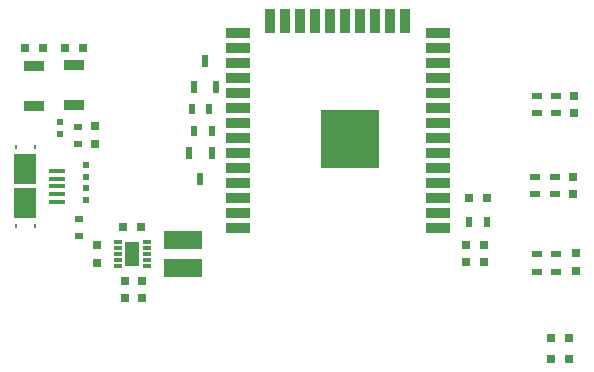
<source format=gbr>
G04 #@! TF.GenerationSoftware,KiCad,Pcbnew,(5.1.4)-1*
G04 #@! TF.CreationDate,2020-08-02T15:41:35-03:00*
G04 #@! TF.ProjectId,esp32_energy_monitor,65737033-325f-4656-9e65-7267795f6d6f,A*
G04 #@! TF.SameCoordinates,PX6d8d2a8PY639eee0*
G04 #@! TF.FileFunction,Paste,Top*
G04 #@! TF.FilePolarity,Positive*
%FSLAX46Y46*%
G04 Gerber Fmt 4.6, Leading zero omitted, Abs format (unit mm)*
G04 Created by KiCad (PCBNEW (5.1.4)-1) date 2020-08-02 15:41:35*
%MOMM*%
%LPD*%
G04 APERTURE LIST*
%ADD10R,0.240000X0.300000*%
%ADD11R,1.900000X2.500000*%
%ADD12R,1.350000X0.400000*%
%ADD13R,2.000000X0.900000*%
%ADD14R,0.900000X2.000000*%
%ADD15R,5.000000X5.000000*%
%ADD16R,0.800000X0.750000*%
%ADD17R,0.750000X0.800000*%
%ADD18R,0.500000X0.600000*%
%ADD19R,0.800000X0.600000*%
%ADD20R,1.300000X2.100000*%
%ADD21R,0.800000X0.300000*%
%ADD22R,3.200000X1.550000*%
%ADD23R,0.600000X1.100000*%
%ADD24R,0.900000X0.500000*%
%ADD25R,0.500000X0.900000*%
%ADD26R,1.700000X0.900000*%
G04 APERTURE END LIST*
D10*
G04 #@! TO.C,J1*
X2657000Y20290000D03*
D11*
X1809200Y18407800D03*
D12*
X4527000Y15660000D03*
X4527000Y16310000D03*
X4527000Y16960000D03*
X4527000Y17610000D03*
X4527000Y18260000D03*
D11*
X1809200Y15563000D03*
D10*
X997000Y20290000D03*
X997000Y13630000D03*
X2657000Y13630000D03*
G04 #@! TD*
D13*
G04 #@! TO.C,MOD1*
X36777000Y13450000D03*
X36777000Y14720000D03*
X36777000Y15990000D03*
X36777000Y17260000D03*
X36777000Y18530000D03*
X36777000Y19800000D03*
X36777000Y21070000D03*
X36777000Y22340000D03*
X36777000Y23610000D03*
X36777000Y24880000D03*
X36777000Y26150000D03*
X36777000Y27420000D03*
X36777000Y28690000D03*
X36777000Y29960000D03*
D14*
X33992000Y30960000D03*
X32722000Y30960000D03*
X31452000Y30960000D03*
X30182000Y30960000D03*
X28912000Y30960000D03*
X27642000Y30960000D03*
X26372000Y30960000D03*
X25102000Y30960000D03*
X23832000Y30960000D03*
X22562000Y30960000D03*
D13*
X19777000Y29960000D03*
X19777000Y28690000D03*
X19777000Y27420000D03*
X19777000Y26150000D03*
X19777000Y24880000D03*
X19777000Y23610000D03*
X19777000Y22340000D03*
X19777000Y21070000D03*
X19777000Y19800000D03*
X19777000Y18530000D03*
X19777000Y17260000D03*
X19777000Y15990000D03*
X19777000Y14720000D03*
X19777000Y13450000D03*
D15*
X29277000Y20950000D03*
G04 #@! TD*
D16*
G04 #@! TO.C,C3*
X10111000Y13528000D03*
X11611000Y13528000D03*
G04 #@! TD*
D17*
G04 #@! TO.C,C2*
X48387000Y9791000D03*
X48387000Y11291000D03*
G04 #@! TD*
G04 #@! TO.C,C4*
X7727000Y20560000D03*
X7727000Y22060000D03*
G04 #@! TD*
G04 #@! TO.C,C5*
X48133000Y17768000D03*
X48133000Y16268000D03*
G04 #@! TD*
G04 #@! TO.C,C6*
X7861000Y10478000D03*
X7861000Y11978000D03*
G04 #@! TD*
D16*
G04 #@! TO.C,C7*
X11711000Y8928000D03*
X10211000Y8928000D03*
G04 #@! TD*
G04 #@! TO.C,C8*
X10211000Y7528000D03*
X11711000Y7528000D03*
G04 #@! TD*
D17*
G04 #@! TO.C,C9*
X48260000Y24626000D03*
X48260000Y23126000D03*
G04 #@! TD*
D16*
G04 #@! TO.C,C12*
X6677000Y28660000D03*
X5177000Y28660000D03*
G04 #@! TD*
G04 #@! TO.C,C13*
X1777000Y28660000D03*
X3277000Y28660000D03*
G04 #@! TD*
G04 #@! TO.C,C14*
X39377000Y15960000D03*
X40877000Y15960000D03*
G04 #@! TD*
G04 #@! TO.C,C15*
X46329000Y2355000D03*
X47829000Y2355000D03*
G04 #@! TD*
G04 #@! TO.C,C16*
X47829000Y4133000D03*
X46329000Y4133000D03*
G04 #@! TD*
D17*
G04 #@! TO.C,C17*
X39127000Y10510000D03*
X39127000Y12010000D03*
G04 #@! TD*
G04 #@! TO.C,C18*
X40627000Y12010000D03*
X40627000Y10510000D03*
G04 #@! TD*
D18*
G04 #@! TO.C,D1*
X6977000Y16820000D03*
X6977000Y15820000D03*
G04 #@! TD*
G04 #@! TO.C,D2*
X6977000Y18760000D03*
X6977000Y17760000D03*
G04 #@! TD*
G04 #@! TO.C,D3*
X4727000Y22360000D03*
X4727000Y21360000D03*
G04 #@! TD*
D19*
G04 #@! TO.C,FB1*
X6327000Y14160000D03*
X6327000Y12760000D03*
G04 #@! TD*
G04 #@! TO.C,FB2*
X6227000Y21960000D03*
X6227000Y20560000D03*
G04 #@! TD*
D20*
G04 #@! TO.C,IC1*
X10861000Y11228000D03*
D21*
X9611000Y10228000D03*
X9611000Y10728000D03*
X9611000Y11228000D03*
X9611000Y11728000D03*
X9611000Y12228000D03*
X12111000Y12228000D03*
X12111000Y11728000D03*
X12111000Y11228000D03*
X12111000Y10728000D03*
X12111000Y10228000D03*
G04 #@! TD*
D22*
G04 #@! TO.C,L1*
X15161000Y12428000D03*
X15161000Y10028000D03*
G04 #@! TD*
D23*
G04 #@! TO.C,Q1*
X16077000Y25360000D03*
X17977000Y25360000D03*
X17027000Y27560000D03*
G04 #@! TD*
G04 #@! TO.C,Q2*
X16627000Y17560000D03*
X15677000Y19760000D03*
X17577000Y19760000D03*
G04 #@! TD*
D24*
G04 #@! TO.C,R1*
X45085000Y9727500D03*
X45085000Y11227500D03*
G04 #@! TD*
G04 #@! TO.C,R2*
X46736000Y9727500D03*
X46736000Y11227500D03*
G04 #@! TD*
G04 #@! TO.C,R4*
X44958000Y17768000D03*
X44958000Y16268000D03*
G04 #@! TD*
G04 #@! TO.C,R5*
X46609000Y16268000D03*
X46609000Y17768000D03*
G04 #@! TD*
G04 #@! TO.C,R6*
X45085000Y24626000D03*
X45085000Y23126000D03*
G04 #@! TD*
G04 #@! TO.C,R7*
X46736000Y24626000D03*
X46736000Y23126000D03*
G04 #@! TD*
D25*
G04 #@! TO.C,R8*
X15877000Y23460000D03*
X17377000Y23460000D03*
G04 #@! TD*
G04 #@! TO.C,R9*
X17577000Y21660000D03*
X16077000Y21660000D03*
G04 #@! TD*
G04 #@! TO.C,R13*
X39377000Y13960000D03*
X40877000Y13960000D03*
G04 #@! TD*
D26*
G04 #@! TO.C,SW1*
X5927000Y27260000D03*
X5927000Y23860000D03*
G04 #@! TD*
G04 #@! TO.C,SW2*
X2527000Y23760000D03*
X2527000Y27160000D03*
G04 #@! TD*
M02*

</source>
